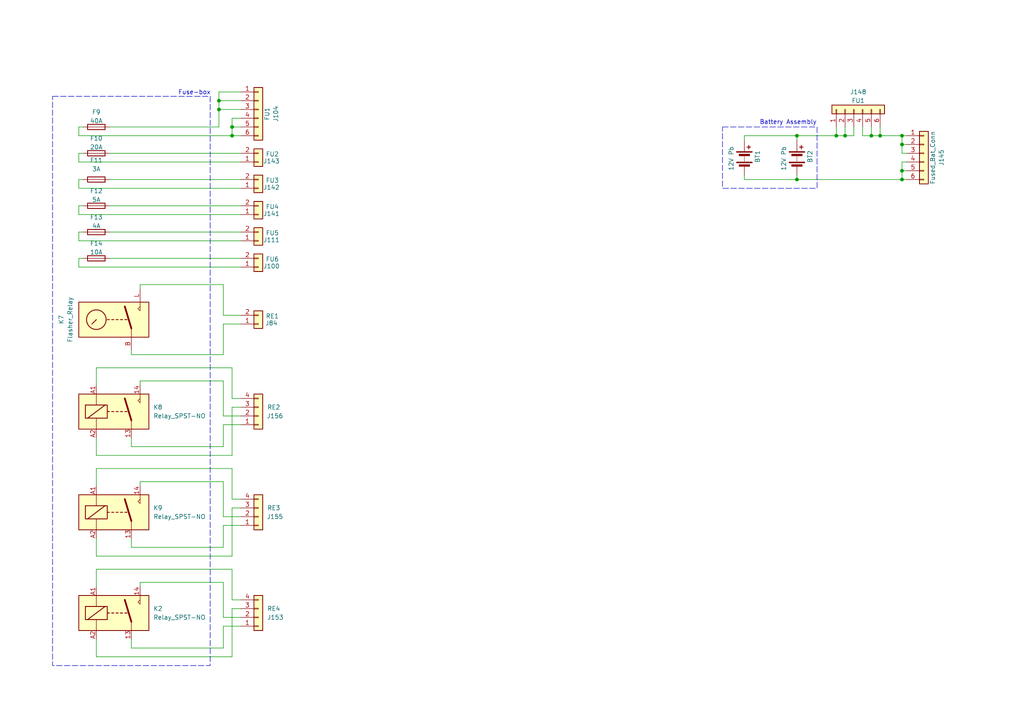
<source format=kicad_sch>
(kicad_sch (version 20250114) (generator "eeschema") (generator_version "9.0")
  (paper "A4")
  (title_block (date "2025-03-21") (rev "V1.0.0"))
  (lib_symbols
    (symbol "Connector_Generic:Conn_01x02" (pin_names (offset 1.016) (hide yes))
      (property "Reference" "J" (at 0 2.54 0))
      (property "Value" "Conn_01x02" (at 0 -5.08 0))
      (symbol "Conn_01x02_1_1"
        (rectangle (start -1.27 1.27) (end 1.27 -3.81) (stroke (width 0.254)) (fill (type background)))
        (rectangle (start -1.27 0.127) (end 0 -0.127) (stroke (width 0.1524)))
        (rectangle (start -1.27 -2.413) (end 0 -2.667) (stroke (width 0.1524)))
        (pin passive line (at -5.08 0 0) (length 3.81) (name "Pin_1") (number "1"))
        (pin passive line (at -5.08 -2.54 0) (length 3.81) (name "Pin_2") (number "2"))
      )
    )
    (symbol "Connector_Generic:Conn_01x04" (pin_names (offset 1.016) (hide yes))
      (property "Reference" "J" (at 0 5.08 0))
      (property "Value" "Conn_01x04" (at 0 -7.62 0))
      (symbol "Conn_01x04_1_1"
        (rectangle (start -1.27 3.81) (end 1.27 -6.35) (stroke (width 0.254)) (fill (type background)))
        (rectangle (start -1.27 2.667) (end 0 2.413) (stroke (width 0.1524)))
        (rectangle (start -1.27 0.127) (end 0 -0.127) (stroke (width 0.1524)))
        (rectangle (start -1.27 -2.413) (end 0 -2.667) (stroke (width 0.1524)))
        (rectangle (start -1.27 -4.953) (end 0 -5.207) (stroke (width 0.1524)))
        (pin passive line (at -5.08 2.54 0) (length 3.81) (name "Pin_1") (number "1"))
        (pin passive line (at -5.08 0 0) (length 3.81) (name "Pin_2") (number "2"))
        (pin passive line (at -5.08 -2.54 0) (length 3.81) (name "Pin_3") (number "3"))
        (pin passive line (at -5.08 -5.08 0) (length 3.81) (name "Pin_4") (number "4"))
      )
    )
    (symbol "Connector_Generic:Conn_01x06" (pin_names (offset 1.016) (hide yes))
      (property "Reference" "J" (at 0 7.62 0))
      (property "Value" "Conn_01x06" (at 0 -10.16 0))
      (symbol "Conn_01x06_1_1"
        (rectangle (start -1.27 6.35) (end 1.27 -8.89) (stroke (width 0.254)) (fill (type background)))
        (rectangle (start -1.27 5.207) (end 0 4.953) (stroke (width 0.1524)))
        (rectangle (start -1.27 2.667) (end 0 2.413) (stroke (width 0.1524)))
        (rectangle (start -1.27 0.127) (end 0 -0.127) (stroke (width 0.1524)))
        (rectangle (start -1.27 -2.413) (end 0 -2.667) (stroke (width 0.1524)))
        (rectangle (start -1.27 -4.953) (end 0 -5.207) (stroke (width 0.1524)))
        (rectangle (start -1.27 -7.493) (end 0 -7.747) (stroke (width 0.1524)))
        (pin passive line (at -5.08 5.08 0) (length 3.81) (name "Pin_1") (number "1"))
        (pin passive line (at -5.08 2.54 0) (length 3.81) (name "Pin_2") (number "2"))
        (pin passive line (at -5.08 0 0) (length 3.81) (name "Pin_3") (number "3"))
        (pin passive line (at -5.08 -2.54 0) (length 3.81) (name "Pin_4") (number "4"))
        (pin passive line (at -5.08 -5.08 0) (length 3.81) (name "Pin_5") (number "5"))
        (pin passive line (at -5.08 -7.62 0) (length 3.81) (name "Pin_6") (number "6"))
      )
    )
    (symbol "Device:Battery" (pin_numbers (hide yes)) (pin_names (offset 0) (hide yes))
      (property "Reference" "BT" (at 2.54 2.54 0))
      (property "Value" "Battery" (at 2.54 0 0))
      (symbol "Battery_0_1"
        (rectangle (start -2.286 1.778) (end 2.286 1.524) (fill (type outline)))
        (rectangle (start -2.286 -1.27) (end 2.286 -1.524) (fill (type outline)))
        (rectangle (start -1.524 1.016) (end 1.524 0.508) (fill (type outline)))
        (rectangle (start -1.524 -2.032) (end 1.524 -2.54) (fill (type outline)))
        (polyline (pts (xy 0 1.778) (xy 0 2.54)))
        (polyline (pts (xy 0 0) (xy 0 0.254)))
        (polyline (pts (xy 0 -0.508) (xy 0 -0.254)))
        (polyline (pts (xy 0 -1.016) (xy 0 -0.762)))
        (polyline (pts (xy 0.762 3.048) (xy 1.778 3.048)) (stroke (width 0.254)))
        (polyline (pts (xy 1.27 3.556) (xy 1.27 2.54)) (stroke (width 0.254)))
      )
      (symbol "Battery_1_1"
        (pin passive line (at 0 5.08 270) (length 2.54) (name "+") (number "1"))
        (pin passive line (at 0 -5.08 90) (length 2.54) (name "-") (number "2"))
      )
    )
    (symbol "Device:Fuse" (pin_numbers (hide yes)) (pin_names (offset 0))
      (property "Reference" "F" (at 2.032 0 90))
      (property "Value" "Fuse" (at -1.905 0 90))
      (symbol "Fuse_0_1"
        (rectangle (start -0.762 -2.54) (end 0.762 2.54) (stroke (width 0.254)))
        (polyline (pts (xy 0 2.54) (xy 0 -2.54)))
      )
      (symbol "Fuse_1_1"
        (pin passive line (at 0 3.81 270) (length 1.27) (name "~") (number "1"))
        (pin passive line (at 0 -3.81 90) (length 1.27) (name "~") (number "2"))
      )
    )
    (symbol "EletricalDiagram_Eco2025_UrbanConcept:Flasher_Relay" (pin_names (offset 1.016) (hide yes))
      (property "Reference" "K" (at 11.43 0 90))
      (property "Value" "Flasher_Relay" (at -11.43 0 90))
      (symbol "Flasher_Relay_0_0"
        (polyline (pts (xy 7.62 5.08) (xy 7.62 2.54) (xy 6.985 3.175) (xy 7.62 3.81)))
      )
      (symbol "Flasher_Relay_0_1"
        (rectangle (start -10.16 5.08) (end 10.16 -5.08) (stroke (width 0.254)) (fill (type background)))
        (polyline (pts (xy -6.35 -1.27) (xy -5.08 0)) (stroke (width 0.254)))
        (polyline (pts (xy -1.905 0) (xy -1.27 0)) (stroke (width 0.254)))
        (polyline (pts (xy -0.635 0) (xy 0 0)) (stroke (width 0.254)))
        (polyline (pts (xy 0.635 0) (xy 1.27 0)) (stroke (width 0.254)))
        (polyline (pts (xy 1.905 0) (xy 2.54 0)) (stroke (width 0.254)))
        (polyline (pts (xy 3.175 0) (xy 3.81 0)) (stroke (width 0.254)))
        (polyline (pts (xy 5.08 -2.54) (xy 3.175 3.81)) (stroke (width 0.508)))
        (polyline (pts (xy 5.08 -2.54) (xy 5.08 -5.08)))
      )
      (symbol "Flasher_Relay_1_1"
        (circle (center -5.08 0) (radius 2.8398) (stroke (width 0.254)))
        (pin passive line (at 5.08 -8.89 90) (length 3.81) (name "B") (number "B"))
        (pin passive line (at 7.62 8.89 270) (length 3.81) (name "L") (number "L"))
      )
    )
    (symbol "Relay:Relay_SPST-NO"
      (property "Reference" "K" (at 11.43 3.81 0))
      (property "Value" "Relay_SPST-NO" (at 11.43 1.27 0))
      (symbol "Relay_SPST-NO_0_0"
        (polyline (pts (xy 7.62 5.08) (xy 7.62 2.54) (xy 6.985 3.175) (xy 7.62 3.81)))
      )
      (symbol "Relay_SPST-NO_0_1"
        (rectangle (start -10.16 5.08) (end 10.16 -5.08) (stroke (width 0.254)) (fill (type background)))
        (rectangle (start -8.255 1.905) (end -1.905 -1.905) (stroke (width 0.254)))
        (polyline (pts (xy -7.62 -1.905) (xy -2.54 1.905)) (stroke (width 0.254)))
        (polyline (pts (xy -5.08 5.08) (xy -5.08 1.905)))
        (polyline (pts (xy -5.08 -5.08) (xy -5.08 -1.905)))
        (polyline (pts (xy -1.905 0) (xy -1.27 0)) (stroke (width 0.254)))
        (polyline (pts (xy -0.635 0) (xy 0 0)) (stroke (width 0.254)))
        (polyline (pts (xy 0.635 0) (xy 1.27 0)) (stroke (width 0.254)))
        (polyline (pts (xy 1.905 0) (xy 2.54 0)) (stroke (width 0.254)))
        (polyline (pts (xy 3.175 0) (xy 3.81 0)) (stroke (width 0.254)))
        (polyline (pts (xy 5.08 -2.54) (xy 3.175 3.81)) (stroke (width 0.508)))
        (polyline (pts (xy 5.08 -2.54) (xy 5.08 -5.08)))
      )
      (symbol "Relay_SPST-NO_1_1"
        (pin passive line (at -5.08 7.62 270) (length 2.54) (name "~") (number "A1"))
        (pin passive line (at -5.08 -7.62 90) (length 2.54) (name "~") (number "A2"))
        (pin passive line (at 5.08 -7.62 90) (length 2.54) (name "~") (number "13"))
        (pin passive line (at 7.62 7.62 270) (length 2.54) (name "~") (number "14"))
      )
    )
  )
  (rectangle (start 209.55 36.83) (end 236.982 54.61) (stroke (width 0) (type dash)))
  (rectangle (start 15.24 27.94) (end 60.96 193.04) (stroke (width 0) (type dash)))
  (text "Battery Assembly" (at 228.6 35.56 0) (effects (font (size 1.27 1.27))))
  (text "Fuse-box" (at 56.388 26.924 0) (effects (font (size 1.27 1.27))))
  (junction (at 67.31 36.83))
  (junction (at 231.14 52.07))
  (junction (at 261.62 49.53))
  (junction (at 261.62 41.91))
  (junction (at 261.62 52.07))
  (junction (at 67.31 39.37))
  (junction (at 231.14 39.37))
  (junction (at 252.73 39.37))
  (junction (at 255.27 39.37))
  (junction (at 63.5 29.21))
  (junction (at 63.5 31.75))
  (junction (at 242.57 39.37))
  (junction (at 261.62 39.37))
  (junction (at 245.11 39.37))
  (wire (pts (xy 22.86 52.07) (xy 24.13 52.07)))
  (wire (pts (xy 64.77 82.55) (xy 64.77 91.44)))
  (wire (pts (xy 64.77 91.44) (xy 69.85 91.44)))
  (wire (pts (xy 64.77 149.86) (xy 69.85 149.86)))
  (wire (pts (xy 262.89 49.53) (xy 261.62 49.53)))
  (wire (pts (xy 22.86 62.23) (xy 22.86 59.69)))
  (wire (pts (xy 27.94 135.89) (xy 67.31 135.89)))
  (wire (pts (xy 250.19 39.37) (xy 252.73 39.37)))
  (wire (pts (xy 40.64 82.55) (xy 40.64 83.82)))
  (wire (pts (xy 22.86 77.47) (xy 22.86 74.93)))
  (wire (pts (xy 67.31 135.89) (xy 67.31 144.78)))
  (wire (pts (xy 215.9 52.07) (xy 231.14 52.07)))
  (wire (pts (xy 40.64 168.91) (xy 40.64 170.18)))
  (wire (pts (xy 69.85 26.67) (xy 63.5 26.67)))
  (wire (pts (xy 22.86 39.37) (xy 67.31 39.37)))
  (wire (pts (xy 64.77 168.91) (xy 40.64 168.91)))
  (wire (pts (xy 242.57 39.37) (xy 242.57 36.83)))
  (wire (pts (xy 40.64 110.49) (xy 40.64 111.76)))
  (wire (pts (xy 31.75 67.31) (xy 69.85 67.31)))
  (wire (pts (xy 67.31 118.11) (xy 69.85 118.11)))
  (wire (pts (xy 67.31 36.83) (xy 67.31 39.37)))
  (wire (pts (xy 24.13 74.93) (xy 22.86 74.93)))
  (wire (pts (xy 69.85 123.19) (xy 64.77 123.19)))
  (wire (pts (xy 22.86 46.99) (xy 69.85 46.99)))
  (wire (pts (xy 64.77 120.65) (xy 69.85 120.65)))
  (wire (pts (xy 64.77 123.19) (xy 64.77 129.54)))
  (wire (pts (xy 64.77 120.65) (xy 64.77 110.49)))
  (wire (pts (xy 262.89 46.99) (xy 261.62 46.99)))
  (wire (pts (xy 40.64 139.7) (xy 40.64 140.97)))
  (wire (pts (xy 215.9 40.64) (xy 215.9 39.37)))
  (wire (pts (xy 69.85 152.4) (xy 64.77 152.4)))
  (wire (pts (xy 63.5 26.67) (xy 63.5 29.21)))
  (wire (pts (xy 67.31 106.68) (xy 67.31 115.57)))
  (wire (pts (xy 27.94 190.5) (xy 67.31 190.5)))
  (wire (pts (xy 27.94 132.08) (xy 67.31 132.08)))
  (wire (pts (xy 22.86 62.23) (xy 69.85 62.23)))
  (wire (pts (xy 64.77 149.86) (xy 64.77 139.7)))
  (wire (pts (xy 261.62 39.37) (xy 262.89 39.37)))
  (wire (pts (xy 31.75 74.93) (xy 69.85 74.93)))
  (wire (pts (xy 67.31 165.1) (xy 67.31 173.99)))
  (wire (pts (xy 231.14 39.37) (xy 242.57 39.37)))
  (wire (pts (xy 27.94 185.42) (xy 27.94 190.5)))
  (wire (pts (xy 250.19 36.83) (xy 250.19 39.37)))
  (wire (pts (xy 22.86 67.31) (xy 24.13 67.31)))
  (wire (pts (xy 67.31 36.83) (xy 69.85 36.83)))
  (wire (pts (xy 262.89 41.91) (xy 261.62 41.91)))
  (wire (pts (xy 64.77 129.54) (xy 38.1 129.54)))
  (wire (pts (xy 22.86 36.83) (xy 24.13 36.83)))
  (wire (pts (xy 27.94 161.29) (xy 67.31 161.29)))
  (wire (pts (xy 252.73 36.83) (xy 252.73 39.37)))
  (wire (pts (xy 22.86 54.61) (xy 22.86 52.07)))
  (wire (pts (xy 64.77 181.61) (xy 64.77 187.96)))
  (wire (pts (xy 261.62 46.99) (xy 261.62 49.53)))
  (wire (pts (xy 67.31 147.32) (xy 69.85 147.32)))
  (wire (pts (xy 27.94 161.29) (xy 27.94 156.21)))
  (wire (pts (xy 261.62 49.53) (xy 261.62 52.07)))
  (wire (pts (xy 63.5 29.21) (xy 69.85 29.21)))
  (wire (pts (xy 64.77 102.87) (xy 64.77 93.98)))
  (wire (pts (xy 38.1 102.87) (xy 64.77 102.87)))
  (wire (pts (xy 261.62 52.07) (xy 262.89 52.07)))
  (wire (pts (xy 231.14 40.64) (xy 231.14 39.37)))
  (wire (pts (xy 22.86 69.85) (xy 69.85 69.85)))
  (wire (pts (xy 67.31 161.29) (xy 67.31 147.32)))
  (wire (pts (xy 64.77 152.4) (xy 64.77 158.75)))
  (wire (pts (xy 215.9 50.8) (xy 215.9 52.07)))
  (wire (pts (xy 31.75 59.69) (xy 69.85 59.69)))
  (wire (pts (xy 261.62 44.45) (xy 261.62 41.91)))
  (wire (pts (xy 64.77 93.98) (xy 69.85 93.98)))
  (wire (pts (xy 261.62 41.91) (xy 261.62 39.37)))
  (wire (pts (xy 67.31 34.29) (xy 67.31 36.83)))
  (wire (pts (xy 255.27 39.37) (xy 261.62 39.37)))
  (wire (pts (xy 215.9 39.37) (xy 231.14 39.37)))
  (wire (pts (xy 64.77 179.07) (xy 69.85 179.07)))
  (wire (pts (xy 245.11 39.37) (xy 242.57 39.37)))
  (wire (pts (xy 69.85 31.75) (xy 63.5 31.75)))
  (wire (pts (xy 262.89 44.45) (xy 261.62 44.45)))
  (wire (pts (xy 69.85 181.61) (xy 64.77 181.61)))
  (wire (pts (xy 22.86 54.61) (xy 69.85 54.61)))
  (wire (pts (xy 27.94 135.89) (xy 27.94 140.97)))
  (wire (pts (xy 69.85 34.29) (xy 67.31 34.29)))
  (wire (pts (xy 67.31 115.57) (xy 69.85 115.57)))
  (wire (pts (xy 63.5 31.75) (xy 63.5 36.83)))
  (wire (pts (xy 27.94 132.08) (xy 27.94 127)))
  (wire (pts (xy 22.86 77.47) (xy 69.85 77.47)))
  (wire (pts (xy 40.64 82.55) (xy 64.77 82.55)))
  (wire (pts (xy 67.31 176.53) (xy 69.85 176.53)))
  (wire (pts (xy 31.75 44.45) (xy 69.85 44.45)))
  (wire (pts (xy 27.94 106.68) (xy 67.31 106.68)))
  (wire (pts (xy 31.75 52.07) (xy 69.85 52.07)))
  (wire (pts (xy 255.27 36.83) (xy 255.27 39.37)))
  (wire (pts (xy 247.65 36.83) (xy 247.65 39.37)))
  (wire (pts (xy 231.14 52.07) (xy 231.14 50.8)))
  (wire (pts (xy 27.94 165.1) (xy 27.94 170.18)))
  (wire (pts (xy 64.77 139.7) (xy 40.64 139.7)))
  (wire (pts (xy 64.77 179.07) (xy 64.77 168.91)))
  (wire (pts (xy 67.31 132.08) (xy 67.31 118.11)))
  (wire (pts (xy 38.1 185.42) (xy 38.1 187.96)))
  (wire (pts (xy 22.86 46.99) (xy 22.86 44.45)))
  (wire (pts (xy 64.77 187.96) (xy 38.1 187.96)))
  (wire (pts (xy 38.1 156.21) (xy 38.1 158.75)))
  (wire (pts (xy 22.86 39.37) (xy 22.86 36.83)))
  (wire (pts (xy 247.65 39.37) (xy 245.11 39.37)))
  (wire (pts (xy 27.94 106.68) (xy 27.94 111.76)))
  (wire (pts (xy 67.31 39.37) (xy 69.85 39.37)))
  (wire (pts (xy 27.94 165.1) (xy 67.31 165.1)))
  (wire (pts (xy 245.11 36.83) (xy 245.11 39.37)))
  (wire (pts (xy 63.5 29.21) (xy 63.5 31.75)))
  (wire (pts (xy 22.86 69.85) (xy 22.86 67.31)))
  (wire (pts (xy 38.1 102.87) (xy 38.1 101.6)))
  (wire (pts (xy 67.31 173.99) (xy 69.85 173.99)))
  (wire (pts (xy 252.73 39.37) (xy 255.27 39.37)))
  (wire (pts (xy 231.14 52.07) (xy 261.62 52.07)))
  (wire (pts (xy 22.86 44.45) (xy 24.13 44.45)))
  (wire (pts (xy 22.86 59.69) (xy 24.13 59.69)))
  (wire (pts (xy 64.77 158.75) (xy 38.1 158.75)))
  (wire (pts (xy 64.77 110.49) (xy 40.64 110.49)))
  (wire (pts (xy 67.31 144.78) (xy 69.85 144.78)))
  (wire (pts (xy 67.31 190.5) (xy 67.31 176.53)))
  (wire (pts (xy 38.1 127) (xy 38.1 129.54)))
  (wire (pts (xy 63.5 36.83) (xy 31.75 36.83)))
  (symbol (lib_id "Connector_Generic:Conn_01x04") (at 74.93 149.86 0) (mirror x) (unit 1)
    (property "Reference" "J155" (at 79.756 149.86 0))
    (property "Value" "RE3" (at 77.47 147.3201 0) (effects (justify left)))
    (property "Description" "Generic connector, single row, 01x04, script generated (kicad-library-utils/schlib/autogen/connector/)" (effects (hide yes)))
  )
  (symbol (lib_id "Relay:Relay_SPST-NO") (at 33.02 119.38 0) (unit 1)
    (property "Reference" "K8" (at 44.45 118.1099 0) (effects (justify left)))
    (property "Value" "Relay_SPST-NO" (at 44.45 120.6499 0) (effects (justify left)))
    (property "Description" "Relay SPST, normally open, EN50005" (effects (hide yes)))
  )
  (symbol (lib_id "Connector_Generic:Conn_01x02") (at 74.93 93.98 0) (mirror x) (unit 1)
    (property "Reference" "J84" (at 78.74 93.726 0))
    (property "Value" "RE1" (at 78.994 91.694 0))
    (property "Description" "Generic connector, single row, 01x02, script generated (kicad-library-utils/schlib/autogen/connector/)" (effects (hide yes)))
  )
  (symbol (lib_id "Connector_Generic:Conn_01x06") (at 247.65 31.75 90) (unit 1)
    (property "Reference" "J148" (at 248.92 26.67 90))
    (property "Value" "FU1" (at 248.92 29.21 90))
    (property "Description" "Generic connector, single row, 01x06, script generated (kicad-library-utils/schlib/autogen/connector/)" (effects (hide yes)))
  )
  (symbol (lib_id "EletricalDiagram_Eco2025_UrbanConcept:Flasher_Relay") (at 33.02 92.71 0) (unit 1)
    (property "Reference" "K7" (at 17.78 92.71 90))
    (property "Value" "Flasher_Relay" (at 20.32 92.71 90))
  )
  (symbol (lib_id "Device:Fuse") (at 27.94 36.83 90) (unit 1)
    (property "Reference" "F9" (at 27.94 32.512 90))
    (property "Value" "40A" (at 27.94 35.052 90))
    (property "Description" "Fuse" (effects (hide yes)))
  )
  (symbol (lib_id "Connector_Generic:Conn_01x04") (at 74.93 179.07 0) (mirror x) (unit 1)
    (property "Reference" "J153" (at 77.47 179.0701 0) (effects (justify left)))
    (property "Value" "RE4" (at 77.47 176.5301 0) (effects (justify left)))
    (property "Description" "Generic connector, single row, 01x04, script generated (kicad-library-utils/schlib/autogen/connector/)" (effects (hide yes)))
  )
  (symbol (lib_id "Relay:Relay_SPST-NO") (at 33.02 177.8 0) (unit 1)
    (property "Reference" "K2" (at 44.45 176.5299 0) (effects (justify left)))
    (property "Value" "Relay_SPST-NO" (at 44.45 179.0699 0) (effects (justify left)))
    (property "Description" "Relay SPST, normally open, EN50005" (effects (hide yes)))
  )
  (symbol (lib_id "Connector_Generic:Conn_01x02") (at 74.93 54.61 0) (mirror x) (unit 1)
    (property "Reference" "J142" (at 78.74 54.356 0))
    (property "Value" "FU3" (at 78.994 52.324 0))
    (property "Description" "Generic connector, single row, 01x02, script generated (kicad-library-utils/schlib/autogen/connector/)" (effects (hide yes)))
  )
  (symbol (lib_id "Device:Fuse") (at 27.94 67.31 90) (unit 1)
    (property "Reference" "F13" (at 27.94 62.992 90))
    (property "Value" "4A" (at 27.94 65.532 90))
    (property "Description" "Fuse" (effects (hide yes)))
  )
  (symbol (lib_id "Device:Fuse") (at 27.94 52.07 90) (unit 1)
    (property "Reference" "F11" (at 27.94 46.482 90))
    (property "Value" "3A" (at 27.94 49.022 90))
    (property "Description" "Fuse" (effects (hide yes)))
  )
  (symbol (lib_id "Device:Fuse") (at 27.94 44.45 90) (unit 1)
    (property "Reference" "F10" (at 27.94 40.132 90))
    (property "Value" "20A" (at 27.94 42.672 90))
    (property "Description" "Fuse" (effects (hide yes)))
  )
  (symbol (lib_id "Connector_Generic:Conn_01x06") (at 74.93 31.75 0) (unit 1)
    (property "Reference" "J104" (at 80.01 33.02 90))
    (property "Value" "FU1" (at 77.47 33.02 90))
    (property "Description" "Generic connector, single row, 01x06, script generated (kicad-library-utils/schlib/autogen/connector/)" (effects (hide yes)))
  )
  (symbol (lib_id "Relay:Relay_SPST-NO") (at 33.02 148.59 0) (unit 1)
    (property "Reference" "K9" (at 44.45 147.3199 0) (effects (justify left)))
    (property "Value" "Relay_SPST-NO" (at 44.45 149.8599 0) (effects (justify left)))
    (property "Description" "Relay SPST, normally open, EN50005" (effects (hide yes)))
  )
  (symbol (lib_id "Device:Battery") (at 231.14 45.72 0) (unit 1)
    (property "Reference" "BT2" (at 234.95 47.244 90) (effects (justify left)))
    (property "Value" "12V Pb" (at 227.33 49.53 90) (effects (justify left)))
    (property "Description" "Multiple-cell battery" (effects (hide yes)))
  )
  (symbol (lib_id "Connector_Generic:Conn_01x02") (at 74.93 62.23 0) (mirror x) (unit 1)
    (property "Reference" "J141" (at 78.74 61.976 0))
    (property "Value" "FU4" (at 78.994 59.944 0))
    (property "Description" "Generic connector, single row, 01x02, script generated (kicad-library-utils/schlib/autogen/connector/)" (effects (hide yes)))
  )
  (symbol (lib_id "Connector_Generic:Conn_01x06") (at 267.97 44.45 0) (unit 1)
    (property "Reference" "J145" (at 273.05 45.72 90))
    (property "Value" "Fused_Bat_Conn" (at 270.51 45.72 90))
    (property "Description" "Generic connector, single row, 01x06, script generated (kicad-library-utils/schlib/autogen/connector/)" (effects (hide yes)))
  )
  (symbol (lib_id "Connector_Generic:Conn_01x02") (at 74.93 69.85 0) (mirror x) (unit 1)
    (property "Reference" "J111" (at 78.74 69.596 0))
    (property "Value" "FU5" (at 78.994 67.564 0))
    (property "Description" "Generic connector, single row, 01x02, script generated (kicad-library-utils/schlib/autogen/connector/)" (effects (hide yes)))
  )
  (symbol (lib_id "Connector_Generic:Conn_01x04") (at 74.93 120.65 0) (mirror x) (unit 1)
    (property "Reference" "J156" (at 79.756 120.65 0))
    (property "Value" "RE2" (at 77.47 118.1101 0) (effects (justify left)))
    (property "Description" "Generic connector, single row, 01x04, script generated (kicad-library-utils/schlib/autogen/connector/)" (effects (hide yes)))
  )
  (symbol (lib_id "Connector_Generic:Conn_01x02") (at 74.93 46.99 0) (mirror x) (unit 1)
    (property "Reference" "J143" (at 78.74 46.736 0))
    (property "Value" "FU2" (at 78.994 44.704 0))
    (property "Description" "Generic connector, single row, 01x02, script generated (kicad-library-utils/schlib/autogen/connector/)" (effects (hide yes)))
  )
  (symbol (lib_id "Device:Fuse") (at 27.94 59.69 90) (unit 1)
    (property "Reference" "F12" (at 27.94 55.372 90))
    (property "Value" "5A" (at 27.94 57.912 90))
    (property "Description" "Fuse" (effects (hide yes)))
  )
  (symbol (lib_id "Device:Fuse") (at 27.94 74.93 90) (unit 1)
    (property "Reference" "F14" (at 27.94 70.612 90))
    (property "Value" "10A" (at 27.94 73.152 90))
    (property "Description" "Fuse" (effects (hide yes)))
  )
  (symbol (lib_id "Device:Battery") (at 215.9 45.72 0) (unit 1)
    (property "Reference" "BT1" (at 219.71 47.244 90) (effects (justify left)))
    (property "Value" "12V Pb" (at 212.09 49.53 90) (effects (justify left)))
    (property "Description" "Multiple-cell battery" (effects (hide yes)))
  )
  (symbol (lib_id "Connector_Generic:Conn_01x02") (at 74.93 77.47 0) (mirror x) (unit 1)
    (property "Reference" "J100" (at 78.74 77.216 0))
    (property "Value" "FU6" (at 78.994 75.184 0))
    (property "Description" "Generic connector, single row, 01x02, script generated (kicad-library-utils/schlib/autogen/connector/)" (effects (hide yes)))
  )
)
</source>
